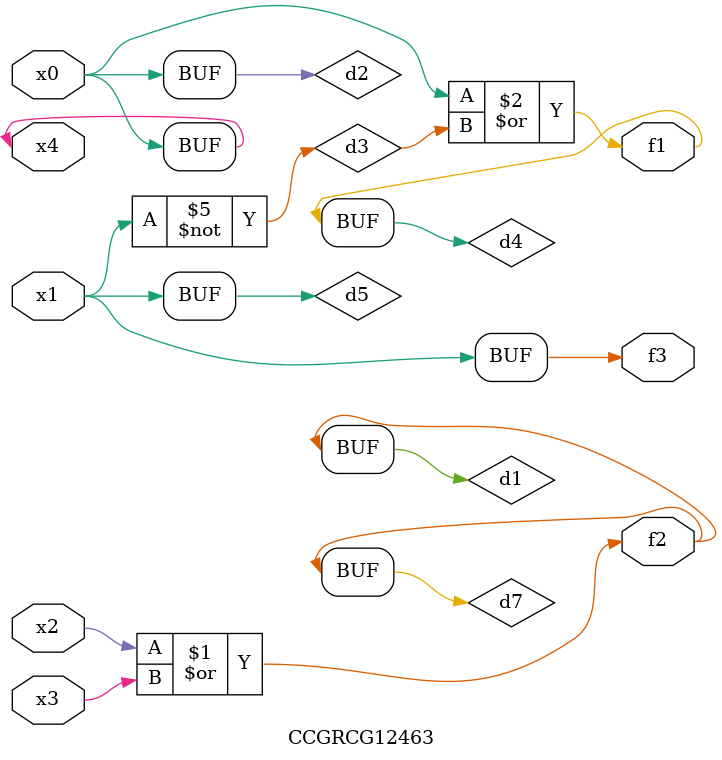
<source format=v>
module CCGRCG12463(
	input x0, x1, x2, x3, x4,
	output f1, f2, f3
);

	wire d1, d2, d3, d4, d5, d6, d7;

	or (d1, x2, x3);
	buf (d2, x0, x4);
	not (d3, x1);
	or (d4, d2, d3);
	not (d5, d3);
	nand (d6, d1, d3);
	or (d7, d1);
	assign f1 = d4;
	assign f2 = d7;
	assign f3 = d5;
endmodule

</source>
